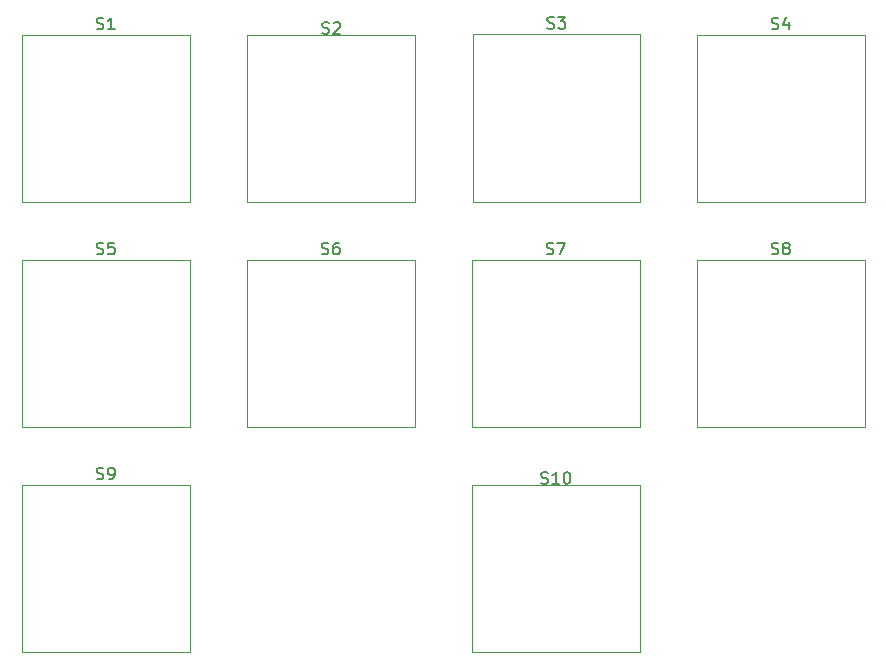
<source format=gbr>
%TF.GenerationSoftware,KiCad,Pcbnew,8.0.6*%
%TF.CreationDate,2024-10-21T23:54:32-04:00*%
%TF.ProjectId,keyboard tutorial,6b657962-6f61-4726-9420-7475746f7269,rev?*%
%TF.SameCoordinates,Original*%
%TF.FileFunction,Legend,Top*%
%TF.FilePolarity,Positive*%
%FSLAX46Y46*%
G04 Gerber Fmt 4.6, Leading zero omitted, Abs format (unit mm)*
G04 Created by KiCad (PCBNEW 8.0.6) date 2024-10-21 23:54:32*
%MOMM*%
%LPD*%
G01*
G04 APERTURE LIST*
%ADD10C,0.150000*%
%ADD11C,0.120000*%
G04 APERTURE END LIST*
D10*
X110998095Y-107024700D02*
X111140952Y-107072319D01*
X111140952Y-107072319D02*
X111379047Y-107072319D01*
X111379047Y-107072319D02*
X111474285Y-107024700D01*
X111474285Y-107024700D02*
X111521904Y-106977080D01*
X111521904Y-106977080D02*
X111569523Y-106881842D01*
X111569523Y-106881842D02*
X111569523Y-106786604D01*
X111569523Y-106786604D02*
X111521904Y-106691366D01*
X111521904Y-106691366D02*
X111474285Y-106643747D01*
X111474285Y-106643747D02*
X111379047Y-106596128D01*
X111379047Y-106596128D02*
X111188571Y-106548509D01*
X111188571Y-106548509D02*
X111093333Y-106500890D01*
X111093333Y-106500890D02*
X111045714Y-106453271D01*
X111045714Y-106453271D02*
X110998095Y-106358033D01*
X110998095Y-106358033D02*
X110998095Y-106262795D01*
X110998095Y-106262795D02*
X111045714Y-106167557D01*
X111045714Y-106167557D02*
X111093333Y-106119938D01*
X111093333Y-106119938D02*
X111188571Y-106072319D01*
X111188571Y-106072319D02*
X111426666Y-106072319D01*
X111426666Y-106072319D02*
X111569523Y-106119938D01*
X112045714Y-107072319D02*
X112236190Y-107072319D01*
X112236190Y-107072319D02*
X112331428Y-107024700D01*
X112331428Y-107024700D02*
X112379047Y-106977080D01*
X112379047Y-106977080D02*
X112474285Y-106834223D01*
X112474285Y-106834223D02*
X112521904Y-106643747D01*
X112521904Y-106643747D02*
X112521904Y-106262795D01*
X112521904Y-106262795D02*
X112474285Y-106167557D01*
X112474285Y-106167557D02*
X112426666Y-106119938D01*
X112426666Y-106119938D02*
X112331428Y-106072319D01*
X112331428Y-106072319D02*
X112140952Y-106072319D01*
X112140952Y-106072319D02*
X112045714Y-106119938D01*
X112045714Y-106119938D02*
X111998095Y-106167557D01*
X111998095Y-106167557D02*
X111950476Y-106262795D01*
X111950476Y-106262795D02*
X111950476Y-106500890D01*
X111950476Y-106500890D02*
X111998095Y-106596128D01*
X111998095Y-106596128D02*
X112045714Y-106643747D01*
X112045714Y-106643747D02*
X112140952Y-106691366D01*
X112140952Y-106691366D02*
X112331428Y-106691366D01*
X112331428Y-106691366D02*
X112426666Y-106643747D01*
X112426666Y-106643747D02*
X112474285Y-106596128D01*
X112474285Y-106596128D02*
X112521904Y-106500890D01*
X130098095Y-69304700D02*
X130240952Y-69352319D01*
X130240952Y-69352319D02*
X130479047Y-69352319D01*
X130479047Y-69352319D02*
X130574285Y-69304700D01*
X130574285Y-69304700D02*
X130621904Y-69257080D01*
X130621904Y-69257080D02*
X130669523Y-69161842D01*
X130669523Y-69161842D02*
X130669523Y-69066604D01*
X130669523Y-69066604D02*
X130621904Y-68971366D01*
X130621904Y-68971366D02*
X130574285Y-68923747D01*
X130574285Y-68923747D02*
X130479047Y-68876128D01*
X130479047Y-68876128D02*
X130288571Y-68828509D01*
X130288571Y-68828509D02*
X130193333Y-68780890D01*
X130193333Y-68780890D02*
X130145714Y-68733271D01*
X130145714Y-68733271D02*
X130098095Y-68638033D01*
X130098095Y-68638033D02*
X130098095Y-68542795D01*
X130098095Y-68542795D02*
X130145714Y-68447557D01*
X130145714Y-68447557D02*
X130193333Y-68399938D01*
X130193333Y-68399938D02*
X130288571Y-68352319D01*
X130288571Y-68352319D02*
X130526666Y-68352319D01*
X130526666Y-68352319D02*
X130669523Y-68399938D01*
X131050476Y-68447557D02*
X131098095Y-68399938D01*
X131098095Y-68399938D02*
X131193333Y-68352319D01*
X131193333Y-68352319D02*
X131431428Y-68352319D01*
X131431428Y-68352319D02*
X131526666Y-68399938D01*
X131526666Y-68399938D02*
X131574285Y-68447557D01*
X131574285Y-68447557D02*
X131621904Y-68542795D01*
X131621904Y-68542795D02*
X131621904Y-68638033D01*
X131621904Y-68638033D02*
X131574285Y-68780890D01*
X131574285Y-68780890D02*
X131002857Y-69352319D01*
X131002857Y-69352319D02*
X131621904Y-69352319D01*
X130048095Y-87974700D02*
X130190952Y-88022319D01*
X130190952Y-88022319D02*
X130429047Y-88022319D01*
X130429047Y-88022319D02*
X130524285Y-87974700D01*
X130524285Y-87974700D02*
X130571904Y-87927080D01*
X130571904Y-87927080D02*
X130619523Y-87831842D01*
X130619523Y-87831842D02*
X130619523Y-87736604D01*
X130619523Y-87736604D02*
X130571904Y-87641366D01*
X130571904Y-87641366D02*
X130524285Y-87593747D01*
X130524285Y-87593747D02*
X130429047Y-87546128D01*
X130429047Y-87546128D02*
X130238571Y-87498509D01*
X130238571Y-87498509D02*
X130143333Y-87450890D01*
X130143333Y-87450890D02*
X130095714Y-87403271D01*
X130095714Y-87403271D02*
X130048095Y-87308033D01*
X130048095Y-87308033D02*
X130048095Y-87212795D01*
X130048095Y-87212795D02*
X130095714Y-87117557D01*
X130095714Y-87117557D02*
X130143333Y-87069938D01*
X130143333Y-87069938D02*
X130238571Y-87022319D01*
X130238571Y-87022319D02*
X130476666Y-87022319D01*
X130476666Y-87022319D02*
X130619523Y-87069938D01*
X131476666Y-87022319D02*
X131286190Y-87022319D01*
X131286190Y-87022319D02*
X131190952Y-87069938D01*
X131190952Y-87069938D02*
X131143333Y-87117557D01*
X131143333Y-87117557D02*
X131048095Y-87260414D01*
X131048095Y-87260414D02*
X131000476Y-87450890D01*
X131000476Y-87450890D02*
X131000476Y-87831842D01*
X131000476Y-87831842D02*
X131048095Y-87927080D01*
X131048095Y-87927080D02*
X131095714Y-87974700D01*
X131095714Y-87974700D02*
X131190952Y-88022319D01*
X131190952Y-88022319D02*
X131381428Y-88022319D01*
X131381428Y-88022319D02*
X131476666Y-87974700D01*
X131476666Y-87974700D02*
X131524285Y-87927080D01*
X131524285Y-87927080D02*
X131571904Y-87831842D01*
X131571904Y-87831842D02*
X131571904Y-87593747D01*
X131571904Y-87593747D02*
X131524285Y-87498509D01*
X131524285Y-87498509D02*
X131476666Y-87450890D01*
X131476666Y-87450890D02*
X131381428Y-87403271D01*
X131381428Y-87403271D02*
X131190952Y-87403271D01*
X131190952Y-87403271D02*
X131095714Y-87450890D01*
X131095714Y-87450890D02*
X131048095Y-87498509D01*
X131048095Y-87498509D02*
X131000476Y-87593747D01*
X149098095Y-87974700D02*
X149240952Y-88022319D01*
X149240952Y-88022319D02*
X149479047Y-88022319D01*
X149479047Y-88022319D02*
X149574285Y-87974700D01*
X149574285Y-87974700D02*
X149621904Y-87927080D01*
X149621904Y-87927080D02*
X149669523Y-87831842D01*
X149669523Y-87831842D02*
X149669523Y-87736604D01*
X149669523Y-87736604D02*
X149621904Y-87641366D01*
X149621904Y-87641366D02*
X149574285Y-87593747D01*
X149574285Y-87593747D02*
X149479047Y-87546128D01*
X149479047Y-87546128D02*
X149288571Y-87498509D01*
X149288571Y-87498509D02*
X149193333Y-87450890D01*
X149193333Y-87450890D02*
X149145714Y-87403271D01*
X149145714Y-87403271D02*
X149098095Y-87308033D01*
X149098095Y-87308033D02*
X149098095Y-87212795D01*
X149098095Y-87212795D02*
X149145714Y-87117557D01*
X149145714Y-87117557D02*
X149193333Y-87069938D01*
X149193333Y-87069938D02*
X149288571Y-87022319D01*
X149288571Y-87022319D02*
X149526666Y-87022319D01*
X149526666Y-87022319D02*
X149669523Y-87069938D01*
X150002857Y-87022319D02*
X150669523Y-87022319D01*
X150669523Y-87022319D02*
X150240952Y-88022319D01*
X168148095Y-87974700D02*
X168290952Y-88022319D01*
X168290952Y-88022319D02*
X168529047Y-88022319D01*
X168529047Y-88022319D02*
X168624285Y-87974700D01*
X168624285Y-87974700D02*
X168671904Y-87927080D01*
X168671904Y-87927080D02*
X168719523Y-87831842D01*
X168719523Y-87831842D02*
X168719523Y-87736604D01*
X168719523Y-87736604D02*
X168671904Y-87641366D01*
X168671904Y-87641366D02*
X168624285Y-87593747D01*
X168624285Y-87593747D02*
X168529047Y-87546128D01*
X168529047Y-87546128D02*
X168338571Y-87498509D01*
X168338571Y-87498509D02*
X168243333Y-87450890D01*
X168243333Y-87450890D02*
X168195714Y-87403271D01*
X168195714Y-87403271D02*
X168148095Y-87308033D01*
X168148095Y-87308033D02*
X168148095Y-87212795D01*
X168148095Y-87212795D02*
X168195714Y-87117557D01*
X168195714Y-87117557D02*
X168243333Y-87069938D01*
X168243333Y-87069938D02*
X168338571Y-87022319D01*
X168338571Y-87022319D02*
X168576666Y-87022319D01*
X168576666Y-87022319D02*
X168719523Y-87069938D01*
X169290952Y-87450890D02*
X169195714Y-87403271D01*
X169195714Y-87403271D02*
X169148095Y-87355652D01*
X169148095Y-87355652D02*
X169100476Y-87260414D01*
X169100476Y-87260414D02*
X169100476Y-87212795D01*
X169100476Y-87212795D02*
X169148095Y-87117557D01*
X169148095Y-87117557D02*
X169195714Y-87069938D01*
X169195714Y-87069938D02*
X169290952Y-87022319D01*
X169290952Y-87022319D02*
X169481428Y-87022319D01*
X169481428Y-87022319D02*
X169576666Y-87069938D01*
X169576666Y-87069938D02*
X169624285Y-87117557D01*
X169624285Y-87117557D02*
X169671904Y-87212795D01*
X169671904Y-87212795D02*
X169671904Y-87260414D01*
X169671904Y-87260414D02*
X169624285Y-87355652D01*
X169624285Y-87355652D02*
X169576666Y-87403271D01*
X169576666Y-87403271D02*
X169481428Y-87450890D01*
X169481428Y-87450890D02*
X169290952Y-87450890D01*
X169290952Y-87450890D02*
X169195714Y-87498509D01*
X169195714Y-87498509D02*
X169148095Y-87546128D01*
X169148095Y-87546128D02*
X169100476Y-87641366D01*
X169100476Y-87641366D02*
X169100476Y-87831842D01*
X169100476Y-87831842D02*
X169148095Y-87927080D01*
X169148095Y-87927080D02*
X169195714Y-87974700D01*
X169195714Y-87974700D02*
X169290952Y-88022319D01*
X169290952Y-88022319D02*
X169481428Y-88022319D01*
X169481428Y-88022319D02*
X169576666Y-87974700D01*
X169576666Y-87974700D02*
X169624285Y-87927080D01*
X169624285Y-87927080D02*
X169671904Y-87831842D01*
X169671904Y-87831842D02*
X169671904Y-87641366D01*
X169671904Y-87641366D02*
X169624285Y-87546128D01*
X169624285Y-87546128D02*
X169576666Y-87498509D01*
X169576666Y-87498509D02*
X169481428Y-87450890D01*
X149159345Y-68868450D02*
X149302202Y-68916069D01*
X149302202Y-68916069D02*
X149540297Y-68916069D01*
X149540297Y-68916069D02*
X149635535Y-68868450D01*
X149635535Y-68868450D02*
X149683154Y-68820830D01*
X149683154Y-68820830D02*
X149730773Y-68725592D01*
X149730773Y-68725592D02*
X149730773Y-68630354D01*
X149730773Y-68630354D02*
X149683154Y-68535116D01*
X149683154Y-68535116D02*
X149635535Y-68487497D01*
X149635535Y-68487497D02*
X149540297Y-68439878D01*
X149540297Y-68439878D02*
X149349821Y-68392259D01*
X149349821Y-68392259D02*
X149254583Y-68344640D01*
X149254583Y-68344640D02*
X149206964Y-68297021D01*
X149206964Y-68297021D02*
X149159345Y-68201783D01*
X149159345Y-68201783D02*
X149159345Y-68106545D01*
X149159345Y-68106545D02*
X149206964Y-68011307D01*
X149206964Y-68011307D02*
X149254583Y-67963688D01*
X149254583Y-67963688D02*
X149349821Y-67916069D01*
X149349821Y-67916069D02*
X149587916Y-67916069D01*
X149587916Y-67916069D02*
X149730773Y-67963688D01*
X150064107Y-67916069D02*
X150683154Y-67916069D01*
X150683154Y-67916069D02*
X150349821Y-68297021D01*
X150349821Y-68297021D02*
X150492678Y-68297021D01*
X150492678Y-68297021D02*
X150587916Y-68344640D01*
X150587916Y-68344640D02*
X150635535Y-68392259D01*
X150635535Y-68392259D02*
X150683154Y-68487497D01*
X150683154Y-68487497D02*
X150683154Y-68725592D01*
X150683154Y-68725592D02*
X150635535Y-68820830D01*
X150635535Y-68820830D02*
X150587916Y-68868450D01*
X150587916Y-68868450D02*
X150492678Y-68916069D01*
X150492678Y-68916069D02*
X150206964Y-68916069D01*
X150206964Y-68916069D02*
X150111726Y-68868450D01*
X150111726Y-68868450D02*
X150064107Y-68820830D01*
X110998095Y-87974700D02*
X111140952Y-88022319D01*
X111140952Y-88022319D02*
X111379047Y-88022319D01*
X111379047Y-88022319D02*
X111474285Y-87974700D01*
X111474285Y-87974700D02*
X111521904Y-87927080D01*
X111521904Y-87927080D02*
X111569523Y-87831842D01*
X111569523Y-87831842D02*
X111569523Y-87736604D01*
X111569523Y-87736604D02*
X111521904Y-87641366D01*
X111521904Y-87641366D02*
X111474285Y-87593747D01*
X111474285Y-87593747D02*
X111379047Y-87546128D01*
X111379047Y-87546128D02*
X111188571Y-87498509D01*
X111188571Y-87498509D02*
X111093333Y-87450890D01*
X111093333Y-87450890D02*
X111045714Y-87403271D01*
X111045714Y-87403271D02*
X110998095Y-87308033D01*
X110998095Y-87308033D02*
X110998095Y-87212795D01*
X110998095Y-87212795D02*
X111045714Y-87117557D01*
X111045714Y-87117557D02*
X111093333Y-87069938D01*
X111093333Y-87069938D02*
X111188571Y-87022319D01*
X111188571Y-87022319D02*
X111426666Y-87022319D01*
X111426666Y-87022319D02*
X111569523Y-87069938D01*
X112474285Y-87022319D02*
X111998095Y-87022319D01*
X111998095Y-87022319D02*
X111950476Y-87498509D01*
X111950476Y-87498509D02*
X111998095Y-87450890D01*
X111998095Y-87450890D02*
X112093333Y-87403271D01*
X112093333Y-87403271D02*
X112331428Y-87403271D01*
X112331428Y-87403271D02*
X112426666Y-87450890D01*
X112426666Y-87450890D02*
X112474285Y-87498509D01*
X112474285Y-87498509D02*
X112521904Y-87593747D01*
X112521904Y-87593747D02*
X112521904Y-87831842D01*
X112521904Y-87831842D02*
X112474285Y-87927080D01*
X112474285Y-87927080D02*
X112426666Y-87974700D01*
X112426666Y-87974700D02*
X112331428Y-88022319D01*
X112331428Y-88022319D02*
X112093333Y-88022319D01*
X112093333Y-88022319D02*
X111998095Y-87974700D01*
X111998095Y-87974700D02*
X111950476Y-87927080D01*
X168148095Y-68924700D02*
X168290952Y-68972319D01*
X168290952Y-68972319D02*
X168529047Y-68972319D01*
X168529047Y-68972319D02*
X168624285Y-68924700D01*
X168624285Y-68924700D02*
X168671904Y-68877080D01*
X168671904Y-68877080D02*
X168719523Y-68781842D01*
X168719523Y-68781842D02*
X168719523Y-68686604D01*
X168719523Y-68686604D02*
X168671904Y-68591366D01*
X168671904Y-68591366D02*
X168624285Y-68543747D01*
X168624285Y-68543747D02*
X168529047Y-68496128D01*
X168529047Y-68496128D02*
X168338571Y-68448509D01*
X168338571Y-68448509D02*
X168243333Y-68400890D01*
X168243333Y-68400890D02*
X168195714Y-68353271D01*
X168195714Y-68353271D02*
X168148095Y-68258033D01*
X168148095Y-68258033D02*
X168148095Y-68162795D01*
X168148095Y-68162795D02*
X168195714Y-68067557D01*
X168195714Y-68067557D02*
X168243333Y-68019938D01*
X168243333Y-68019938D02*
X168338571Y-67972319D01*
X168338571Y-67972319D02*
X168576666Y-67972319D01*
X168576666Y-67972319D02*
X168719523Y-68019938D01*
X169576666Y-68305652D02*
X169576666Y-68972319D01*
X169338571Y-67924700D02*
X169100476Y-68638985D01*
X169100476Y-68638985D02*
X169719523Y-68638985D01*
X110998095Y-68924700D02*
X111140952Y-68972319D01*
X111140952Y-68972319D02*
X111379047Y-68972319D01*
X111379047Y-68972319D02*
X111474285Y-68924700D01*
X111474285Y-68924700D02*
X111521904Y-68877080D01*
X111521904Y-68877080D02*
X111569523Y-68781842D01*
X111569523Y-68781842D02*
X111569523Y-68686604D01*
X111569523Y-68686604D02*
X111521904Y-68591366D01*
X111521904Y-68591366D02*
X111474285Y-68543747D01*
X111474285Y-68543747D02*
X111379047Y-68496128D01*
X111379047Y-68496128D02*
X111188571Y-68448509D01*
X111188571Y-68448509D02*
X111093333Y-68400890D01*
X111093333Y-68400890D02*
X111045714Y-68353271D01*
X111045714Y-68353271D02*
X110998095Y-68258033D01*
X110998095Y-68258033D02*
X110998095Y-68162795D01*
X110998095Y-68162795D02*
X111045714Y-68067557D01*
X111045714Y-68067557D02*
X111093333Y-68019938D01*
X111093333Y-68019938D02*
X111188571Y-67972319D01*
X111188571Y-67972319D02*
X111426666Y-67972319D01*
X111426666Y-67972319D02*
X111569523Y-68019938D01*
X112521904Y-68972319D02*
X111950476Y-68972319D01*
X112236190Y-68972319D02*
X112236190Y-67972319D01*
X112236190Y-67972319D02*
X112140952Y-68115176D01*
X112140952Y-68115176D02*
X112045714Y-68210414D01*
X112045714Y-68210414D02*
X111950476Y-68258033D01*
X148621905Y-107404700D02*
X148764762Y-107452319D01*
X148764762Y-107452319D02*
X149002857Y-107452319D01*
X149002857Y-107452319D02*
X149098095Y-107404700D01*
X149098095Y-107404700D02*
X149145714Y-107357080D01*
X149145714Y-107357080D02*
X149193333Y-107261842D01*
X149193333Y-107261842D02*
X149193333Y-107166604D01*
X149193333Y-107166604D02*
X149145714Y-107071366D01*
X149145714Y-107071366D02*
X149098095Y-107023747D01*
X149098095Y-107023747D02*
X149002857Y-106976128D01*
X149002857Y-106976128D02*
X148812381Y-106928509D01*
X148812381Y-106928509D02*
X148717143Y-106880890D01*
X148717143Y-106880890D02*
X148669524Y-106833271D01*
X148669524Y-106833271D02*
X148621905Y-106738033D01*
X148621905Y-106738033D02*
X148621905Y-106642795D01*
X148621905Y-106642795D02*
X148669524Y-106547557D01*
X148669524Y-106547557D02*
X148717143Y-106499938D01*
X148717143Y-106499938D02*
X148812381Y-106452319D01*
X148812381Y-106452319D02*
X149050476Y-106452319D01*
X149050476Y-106452319D02*
X149193333Y-106499938D01*
X150145714Y-107452319D02*
X149574286Y-107452319D01*
X149860000Y-107452319D02*
X149860000Y-106452319D01*
X149860000Y-106452319D02*
X149764762Y-106595176D01*
X149764762Y-106595176D02*
X149669524Y-106690414D01*
X149669524Y-106690414D02*
X149574286Y-106738033D01*
X150764762Y-106452319D02*
X150860000Y-106452319D01*
X150860000Y-106452319D02*
X150955238Y-106499938D01*
X150955238Y-106499938D02*
X151002857Y-106547557D01*
X151002857Y-106547557D02*
X151050476Y-106642795D01*
X151050476Y-106642795D02*
X151098095Y-106833271D01*
X151098095Y-106833271D02*
X151098095Y-107071366D01*
X151098095Y-107071366D02*
X151050476Y-107261842D01*
X151050476Y-107261842D02*
X151002857Y-107357080D01*
X151002857Y-107357080D02*
X150955238Y-107404700D01*
X150955238Y-107404700D02*
X150860000Y-107452319D01*
X150860000Y-107452319D02*
X150764762Y-107452319D01*
X150764762Y-107452319D02*
X150669524Y-107404700D01*
X150669524Y-107404700D02*
X150621905Y-107357080D01*
X150621905Y-107357080D02*
X150574286Y-107261842D01*
X150574286Y-107261842D02*
X150526667Y-107071366D01*
X150526667Y-107071366D02*
X150526667Y-106833271D01*
X150526667Y-106833271D02*
X150574286Y-106642795D01*
X150574286Y-106642795D02*
X150621905Y-106547557D01*
X150621905Y-106547557D02*
X150669524Y-106499938D01*
X150669524Y-106499938D02*
X150764762Y-106452319D01*
D11*
%TO.C,S9*%
X104660000Y-107517500D02*
X104660000Y-121717500D01*
X104660000Y-121717500D02*
X118860000Y-121717500D01*
X118860000Y-107517500D02*
X104660000Y-107517500D01*
X118860000Y-121717500D02*
X118860000Y-107517500D01*
%TO.C,S2*%
X123760000Y-69417500D02*
X123760000Y-83617500D01*
X123760000Y-83617500D02*
X137960000Y-83617500D01*
X137960000Y-69417500D02*
X123760000Y-69417500D01*
X137960000Y-83617500D02*
X137960000Y-69417500D01*
%TO.C,S6*%
X123710000Y-88467500D02*
X123710000Y-102667500D01*
X123710000Y-102667500D02*
X137910000Y-102667500D01*
X137910000Y-88467500D02*
X123710000Y-88467500D01*
X137910000Y-102667500D02*
X137910000Y-88467500D01*
%TO.C,S7*%
X142760000Y-88467500D02*
X142760000Y-102667500D01*
X142760000Y-102667500D02*
X156960000Y-102667500D01*
X156960000Y-88467500D02*
X142760000Y-88467500D01*
X156960000Y-102667500D02*
X156960000Y-88467500D01*
%TO.C,S8*%
X161810000Y-88467500D02*
X161810000Y-102667500D01*
X161810000Y-102667500D02*
X176010000Y-102667500D01*
X176010000Y-88467500D02*
X161810000Y-88467500D01*
X176010000Y-102667500D02*
X176010000Y-88467500D01*
%TO.C,S3*%
X142821250Y-69361250D02*
X142821250Y-83561250D01*
X142821250Y-83561250D02*
X157021250Y-83561250D01*
X157021250Y-69361250D02*
X142821250Y-69361250D01*
X157021250Y-83561250D02*
X157021250Y-69361250D01*
%TO.C,S5*%
X104660000Y-88467500D02*
X104660000Y-102667500D01*
X104660000Y-102667500D02*
X118860000Y-102667500D01*
X118860000Y-88467500D02*
X104660000Y-88467500D01*
X118860000Y-102667500D02*
X118860000Y-88467500D01*
%TO.C,S4*%
X161810000Y-69417500D02*
X161810000Y-83617500D01*
X161810000Y-83617500D02*
X176010000Y-83617500D01*
X176010000Y-69417500D02*
X161810000Y-69417500D01*
X176010000Y-83617500D02*
X176010000Y-69417500D01*
%TO.C,S1*%
X104660000Y-69417500D02*
X104660000Y-83617500D01*
X104660000Y-83617500D02*
X118860000Y-83617500D01*
X118860000Y-69417500D02*
X104660000Y-69417500D01*
X118860000Y-83617500D02*
X118860000Y-69417500D01*
%TO.C,S10*%
X142760000Y-107517500D02*
X142760000Y-121717500D01*
X142760000Y-121717500D02*
X156960000Y-121717500D01*
X156960000Y-107517500D02*
X142760000Y-107517500D01*
X156960000Y-121717500D02*
X156960000Y-107517500D01*
%TD*%
M02*

</source>
